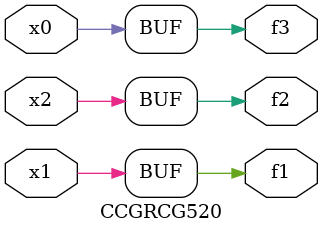
<source format=v>
module CCGRCG520(
	input x0, x1, x2,
	output f1, f2, f3
);
	assign f1 = x1;
	assign f2 = x2;
	assign f3 = x0;
endmodule

</source>
